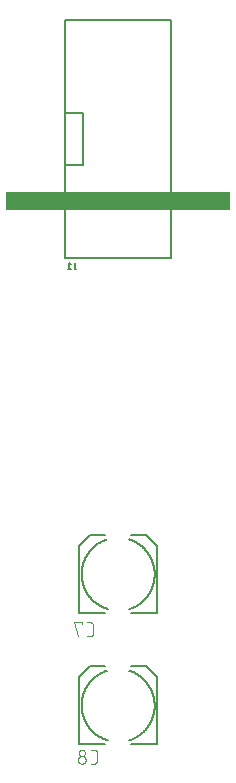
<source format=gbo>
G04 EAGLE Gerber RS-274X export*
G75*
%MOMM*%
%FSLAX34Y34*%
%LPD*%
%INSilkscreen Bottom*%
%IPPOS*%
%AMOC8*
5,1,8,0,0,1.08239X$1,22.5*%
G01*
%ADD10R,19.050000X1.587500*%
%ADD11C,0.203200*%
%ADD12C,0.127000*%
%ADD13C,0.101600*%


D10*
X101600Y639763D03*
D11*
X73850Y635000D02*
X73850Y647700D01*
X146600Y591150D02*
X146600Y793150D01*
X56600Y793150D02*
X56600Y714150D01*
X56600Y670150D01*
X56600Y591150D01*
X145600Y591150D01*
X146600Y793150D02*
X56600Y793150D01*
X56600Y670150D02*
X71600Y670150D01*
X71600Y714150D01*
X56600Y714150D01*
D12*
X64684Y587375D02*
X64684Y583621D01*
X64686Y583556D01*
X64692Y583492D01*
X64702Y583428D01*
X64715Y583364D01*
X64733Y583302D01*
X64754Y583241D01*
X64778Y583181D01*
X64807Y583123D01*
X64839Y583066D01*
X64874Y583012D01*
X64912Y582960D01*
X64954Y582910D01*
X64998Y582863D01*
X65045Y582819D01*
X65095Y582777D01*
X65147Y582739D01*
X65201Y582704D01*
X65258Y582672D01*
X65316Y582643D01*
X65376Y582619D01*
X65437Y582598D01*
X65499Y582580D01*
X65563Y582567D01*
X65627Y582557D01*
X65691Y582551D01*
X65756Y582549D01*
X66293Y582549D01*
X61736Y586303D02*
X60396Y587375D01*
X60396Y582549D01*
X61736Y582549D02*
X59055Y582549D01*
D11*
X68600Y347850D02*
X68600Y290850D01*
X90600Y290850D01*
X112600Y290850D02*
X134600Y290850D01*
X134600Y347850D01*
X125600Y356850D02*
X112600Y356850D01*
X90600Y356850D02*
X77600Y356850D01*
X68600Y347850D01*
X125600Y356850D02*
X134600Y347850D01*
X92100Y353349D02*
X91386Y353109D01*
X90678Y352852D01*
X89977Y352577D01*
X89282Y352285D01*
X88595Y351977D01*
X87916Y351652D01*
X87244Y351310D01*
X86582Y350952D01*
X85928Y350578D01*
X85283Y350189D01*
X84648Y349783D01*
X84023Y349363D01*
X83409Y348927D01*
X82805Y348476D01*
X82213Y348011D01*
X81632Y347532D01*
X81063Y347038D01*
X80506Y346531D01*
X79961Y346010D01*
X79430Y345477D01*
X78911Y344930D01*
X78407Y344371D01*
X77915Y343800D01*
X77438Y343217D01*
X76976Y342623D01*
X76527Y342017D01*
X76094Y341401D01*
X75676Y340775D01*
X75273Y340138D01*
X74886Y339492D01*
X74515Y338837D01*
X74160Y338172D01*
X73821Y337500D01*
X73499Y336819D01*
X73193Y336130D01*
X72904Y335435D01*
X72632Y334732D01*
X72378Y334023D01*
X72140Y333308D01*
X71921Y332588D01*
X71718Y331862D01*
X71534Y331132D01*
X71367Y330397D01*
X71219Y329659D01*
X71088Y328917D01*
X70976Y328172D01*
X70881Y327425D01*
X70805Y326675D01*
X70748Y325924D01*
X70708Y325172D01*
X70687Y324419D01*
X70684Y323666D01*
X70700Y322913D01*
X70734Y322160D01*
X70786Y321409D01*
X70856Y320659D01*
X70945Y319911D01*
X71052Y319165D01*
X71177Y318423D01*
X71320Y317683D01*
X71481Y316947D01*
X71660Y316216D01*
X71857Y315488D01*
X72072Y314766D01*
X72304Y314050D01*
X72553Y313339D01*
X72820Y312634D01*
X73103Y311937D01*
X73404Y311246D01*
X73721Y310563D01*
X74055Y309888D01*
X74405Y309221D01*
X74772Y308563D01*
X75154Y307914D01*
X75552Y307274D01*
X75965Y306644D01*
X76394Y306025D01*
X76838Y305416D01*
X77296Y304818D01*
X77769Y304232D01*
X78256Y303657D01*
X78756Y303095D01*
X79271Y302544D01*
X79798Y302007D01*
X80339Y301482D01*
X80892Y300971D01*
X81457Y300473D01*
X82035Y299989D01*
X82624Y299520D01*
X83224Y299065D01*
X83835Y298624D01*
X84457Y298199D01*
X85089Y297789D01*
X85730Y297395D01*
X86382Y297016D01*
X87042Y296653D01*
X87711Y296307D01*
X88388Y295976D01*
X89072Y295663D01*
X89765Y295366D01*
X90464Y295086D01*
X91170Y294823D01*
X91882Y294578D01*
X92600Y294350D01*
X111100Y294351D02*
X111814Y294591D01*
X112522Y294848D01*
X113223Y295123D01*
X113918Y295415D01*
X114605Y295723D01*
X115284Y296048D01*
X115956Y296390D01*
X116618Y296748D01*
X117272Y297122D01*
X117917Y297511D01*
X118552Y297917D01*
X119177Y298337D01*
X119791Y298773D01*
X120395Y299224D01*
X120987Y299689D01*
X121568Y300168D01*
X122137Y300662D01*
X122694Y301169D01*
X123239Y301690D01*
X123770Y302223D01*
X124289Y302770D01*
X124793Y303329D01*
X125285Y303900D01*
X125762Y304483D01*
X126224Y305077D01*
X126673Y305683D01*
X127106Y306299D01*
X127524Y306925D01*
X127927Y307562D01*
X128314Y308208D01*
X128685Y308863D01*
X129040Y309528D01*
X129379Y310200D01*
X129701Y310881D01*
X130007Y311570D01*
X130296Y312265D01*
X130568Y312968D01*
X130822Y313677D01*
X131060Y314392D01*
X131279Y315112D01*
X131482Y315838D01*
X131666Y316568D01*
X131833Y317303D01*
X131981Y318041D01*
X132112Y318783D01*
X132224Y319528D01*
X132319Y320275D01*
X132395Y321025D01*
X132452Y321776D01*
X132492Y322528D01*
X132513Y323281D01*
X132516Y324034D01*
X132500Y324787D01*
X132466Y325540D01*
X132414Y326291D01*
X132344Y327041D01*
X132255Y327789D01*
X132148Y328535D01*
X132023Y329277D01*
X131880Y330017D01*
X131719Y330753D01*
X131540Y331484D01*
X131343Y332212D01*
X131128Y332934D01*
X130896Y333650D01*
X130647Y334361D01*
X130380Y335066D01*
X130097Y335763D01*
X129796Y336454D01*
X129479Y337137D01*
X129145Y337812D01*
X128795Y338479D01*
X128428Y339137D01*
X128046Y339786D01*
X127648Y340426D01*
X127235Y341056D01*
X126806Y341675D01*
X126362Y342284D01*
X125904Y342882D01*
X125431Y343468D01*
X124944Y344043D01*
X124444Y344605D01*
X123929Y345156D01*
X123402Y345693D01*
X122861Y346218D01*
X122308Y346729D01*
X121743Y347227D01*
X121165Y347711D01*
X120576Y348180D01*
X119976Y348635D01*
X119365Y349076D01*
X118743Y349501D01*
X118111Y349911D01*
X117470Y350305D01*
X116818Y350684D01*
X116158Y351047D01*
X115489Y351393D01*
X114812Y351724D01*
X114128Y352037D01*
X113435Y352334D01*
X112736Y352614D01*
X112030Y352877D01*
X111318Y353122D01*
X110600Y353350D01*
D13*
X77896Y271233D02*
X75299Y271233D01*
X77896Y271233D02*
X77995Y271235D01*
X78095Y271241D01*
X78194Y271250D01*
X78292Y271263D01*
X78390Y271280D01*
X78488Y271301D01*
X78584Y271326D01*
X78679Y271354D01*
X78773Y271386D01*
X78866Y271421D01*
X78958Y271460D01*
X79048Y271503D01*
X79136Y271548D01*
X79223Y271598D01*
X79307Y271650D01*
X79390Y271706D01*
X79470Y271764D01*
X79548Y271826D01*
X79623Y271891D01*
X79696Y271959D01*
X79766Y272029D01*
X79834Y272102D01*
X79899Y272177D01*
X79961Y272255D01*
X80019Y272335D01*
X80075Y272418D01*
X80127Y272502D01*
X80177Y272589D01*
X80222Y272677D01*
X80265Y272767D01*
X80304Y272859D01*
X80339Y272952D01*
X80371Y273046D01*
X80399Y273141D01*
X80424Y273237D01*
X80445Y273335D01*
X80462Y273433D01*
X80475Y273531D01*
X80484Y273630D01*
X80490Y273730D01*
X80492Y273829D01*
X80492Y280321D01*
X80490Y280420D01*
X80484Y280520D01*
X80475Y280619D01*
X80462Y280717D01*
X80445Y280815D01*
X80424Y280913D01*
X80399Y281009D01*
X80371Y281104D01*
X80339Y281198D01*
X80304Y281291D01*
X80265Y281383D01*
X80222Y281473D01*
X80177Y281561D01*
X80127Y281648D01*
X80075Y281732D01*
X80019Y281815D01*
X79961Y281895D01*
X79899Y281973D01*
X79834Y282048D01*
X79766Y282121D01*
X79696Y282191D01*
X79623Y282259D01*
X79548Y282324D01*
X79470Y282386D01*
X79390Y282444D01*
X79307Y282500D01*
X79223Y282552D01*
X79136Y282602D01*
X79048Y282647D01*
X78958Y282690D01*
X78866Y282729D01*
X78773Y282764D01*
X78679Y282796D01*
X78584Y282824D01*
X78488Y282849D01*
X78390Y282870D01*
X78292Y282887D01*
X78194Y282900D01*
X78095Y282909D01*
X77995Y282915D01*
X77896Y282917D01*
X75299Y282917D01*
X70934Y282917D02*
X70934Y281619D01*
X70934Y282917D02*
X64443Y282917D01*
X67688Y271233D01*
D11*
X68600Y236725D02*
X68600Y179725D01*
X90600Y179725D01*
X112600Y179725D02*
X134600Y179725D01*
X134600Y236725D01*
X125600Y245725D02*
X112600Y245725D01*
X90600Y245725D02*
X77600Y245725D01*
X68600Y236725D01*
X125600Y245725D02*
X134600Y236725D01*
X92100Y242224D02*
X91386Y241984D01*
X90678Y241727D01*
X89977Y241452D01*
X89282Y241160D01*
X88595Y240852D01*
X87916Y240527D01*
X87244Y240185D01*
X86582Y239827D01*
X85928Y239453D01*
X85283Y239064D01*
X84648Y238658D01*
X84023Y238238D01*
X83409Y237802D01*
X82805Y237351D01*
X82213Y236886D01*
X81632Y236407D01*
X81063Y235913D01*
X80506Y235406D01*
X79961Y234885D01*
X79430Y234352D01*
X78911Y233805D01*
X78407Y233246D01*
X77915Y232675D01*
X77438Y232092D01*
X76976Y231498D01*
X76527Y230892D01*
X76094Y230276D01*
X75676Y229650D01*
X75273Y229013D01*
X74886Y228367D01*
X74515Y227712D01*
X74160Y227047D01*
X73821Y226375D01*
X73499Y225694D01*
X73193Y225005D01*
X72904Y224310D01*
X72632Y223607D01*
X72378Y222898D01*
X72140Y222183D01*
X71921Y221463D01*
X71718Y220737D01*
X71534Y220007D01*
X71367Y219272D01*
X71219Y218534D01*
X71088Y217792D01*
X70976Y217047D01*
X70881Y216300D01*
X70805Y215550D01*
X70748Y214799D01*
X70708Y214047D01*
X70687Y213294D01*
X70684Y212541D01*
X70700Y211788D01*
X70734Y211035D01*
X70786Y210284D01*
X70856Y209534D01*
X70945Y208786D01*
X71052Y208040D01*
X71177Y207298D01*
X71320Y206558D01*
X71481Y205822D01*
X71660Y205091D01*
X71857Y204363D01*
X72072Y203641D01*
X72304Y202925D01*
X72553Y202214D01*
X72820Y201509D01*
X73103Y200812D01*
X73404Y200121D01*
X73721Y199438D01*
X74055Y198763D01*
X74405Y198096D01*
X74772Y197438D01*
X75154Y196789D01*
X75552Y196149D01*
X75965Y195519D01*
X76394Y194900D01*
X76838Y194291D01*
X77296Y193693D01*
X77769Y193107D01*
X78256Y192532D01*
X78756Y191970D01*
X79271Y191419D01*
X79798Y190882D01*
X80339Y190357D01*
X80892Y189846D01*
X81457Y189348D01*
X82035Y188864D01*
X82624Y188395D01*
X83224Y187940D01*
X83835Y187499D01*
X84457Y187074D01*
X85089Y186664D01*
X85730Y186270D01*
X86382Y185891D01*
X87042Y185528D01*
X87711Y185182D01*
X88388Y184851D01*
X89072Y184538D01*
X89765Y184241D01*
X90464Y183961D01*
X91170Y183698D01*
X91882Y183453D01*
X92600Y183225D01*
X111100Y183226D02*
X111814Y183466D01*
X112522Y183723D01*
X113223Y183998D01*
X113918Y184290D01*
X114605Y184598D01*
X115284Y184923D01*
X115956Y185265D01*
X116618Y185623D01*
X117272Y185997D01*
X117917Y186386D01*
X118552Y186792D01*
X119177Y187212D01*
X119791Y187648D01*
X120395Y188099D01*
X120987Y188564D01*
X121568Y189043D01*
X122137Y189537D01*
X122694Y190044D01*
X123239Y190565D01*
X123770Y191098D01*
X124289Y191645D01*
X124793Y192204D01*
X125285Y192775D01*
X125762Y193358D01*
X126224Y193952D01*
X126673Y194558D01*
X127106Y195174D01*
X127524Y195800D01*
X127927Y196437D01*
X128314Y197083D01*
X128685Y197738D01*
X129040Y198403D01*
X129379Y199075D01*
X129701Y199756D01*
X130007Y200445D01*
X130296Y201140D01*
X130568Y201843D01*
X130822Y202552D01*
X131060Y203267D01*
X131279Y203987D01*
X131482Y204713D01*
X131666Y205443D01*
X131833Y206178D01*
X131981Y206916D01*
X132112Y207658D01*
X132224Y208403D01*
X132319Y209150D01*
X132395Y209900D01*
X132452Y210651D01*
X132492Y211403D01*
X132513Y212156D01*
X132516Y212909D01*
X132500Y213662D01*
X132466Y214415D01*
X132414Y215166D01*
X132344Y215916D01*
X132255Y216664D01*
X132148Y217410D01*
X132023Y218152D01*
X131880Y218892D01*
X131719Y219628D01*
X131540Y220359D01*
X131343Y221087D01*
X131128Y221809D01*
X130896Y222525D01*
X130647Y223236D01*
X130380Y223941D01*
X130097Y224638D01*
X129796Y225329D01*
X129479Y226012D01*
X129145Y226687D01*
X128795Y227354D01*
X128428Y228012D01*
X128046Y228661D01*
X127648Y229301D01*
X127235Y229931D01*
X126806Y230550D01*
X126362Y231159D01*
X125904Y231757D01*
X125431Y232343D01*
X124944Y232918D01*
X124444Y233480D01*
X123929Y234031D01*
X123402Y234568D01*
X122861Y235093D01*
X122308Y235604D01*
X121743Y236102D01*
X121165Y236586D01*
X120576Y237055D01*
X119976Y237510D01*
X119365Y237951D01*
X118743Y238376D01*
X118111Y238786D01*
X117470Y239180D01*
X116818Y239559D01*
X116158Y239922D01*
X115489Y240268D01*
X114812Y240599D01*
X114128Y240912D01*
X113435Y241209D01*
X112736Y241489D01*
X112030Y241752D01*
X111318Y241997D01*
X110600Y242225D01*
D13*
X81071Y163283D02*
X78474Y163283D01*
X81071Y163283D02*
X81170Y163285D01*
X81270Y163291D01*
X81369Y163300D01*
X81467Y163313D01*
X81565Y163330D01*
X81663Y163351D01*
X81759Y163376D01*
X81854Y163404D01*
X81948Y163436D01*
X82041Y163471D01*
X82133Y163510D01*
X82223Y163553D01*
X82311Y163598D01*
X82398Y163648D01*
X82482Y163700D01*
X82565Y163756D01*
X82645Y163814D01*
X82723Y163876D01*
X82798Y163941D01*
X82871Y164009D01*
X82941Y164079D01*
X83009Y164152D01*
X83074Y164227D01*
X83136Y164305D01*
X83194Y164385D01*
X83250Y164468D01*
X83302Y164552D01*
X83352Y164639D01*
X83397Y164727D01*
X83440Y164817D01*
X83479Y164909D01*
X83514Y165002D01*
X83546Y165096D01*
X83574Y165191D01*
X83599Y165287D01*
X83620Y165385D01*
X83637Y165483D01*
X83650Y165581D01*
X83659Y165680D01*
X83665Y165780D01*
X83667Y165879D01*
X83667Y172371D01*
X83665Y172470D01*
X83659Y172570D01*
X83650Y172669D01*
X83637Y172767D01*
X83620Y172865D01*
X83599Y172963D01*
X83574Y173059D01*
X83546Y173154D01*
X83514Y173248D01*
X83479Y173341D01*
X83440Y173433D01*
X83397Y173523D01*
X83352Y173611D01*
X83302Y173698D01*
X83250Y173782D01*
X83194Y173865D01*
X83136Y173945D01*
X83074Y174023D01*
X83009Y174098D01*
X82941Y174171D01*
X82871Y174241D01*
X82798Y174309D01*
X82723Y174374D01*
X82645Y174436D01*
X82565Y174494D01*
X82482Y174550D01*
X82398Y174602D01*
X82311Y174652D01*
X82223Y174697D01*
X82133Y174740D01*
X82041Y174779D01*
X81948Y174814D01*
X81854Y174846D01*
X81759Y174874D01*
X81663Y174899D01*
X81565Y174920D01*
X81467Y174937D01*
X81369Y174950D01*
X81270Y174959D01*
X81170Y174965D01*
X81071Y174967D01*
X78474Y174967D01*
X74109Y166529D02*
X74107Y166642D01*
X74101Y166755D01*
X74091Y166868D01*
X74077Y166981D01*
X74060Y167093D01*
X74038Y167204D01*
X74013Y167314D01*
X73983Y167424D01*
X73950Y167532D01*
X73913Y167639D01*
X73873Y167745D01*
X73828Y167849D01*
X73780Y167952D01*
X73729Y168053D01*
X73674Y168152D01*
X73616Y168249D01*
X73554Y168344D01*
X73489Y168437D01*
X73421Y168527D01*
X73350Y168615D01*
X73275Y168701D01*
X73198Y168784D01*
X73118Y168864D01*
X73035Y168941D01*
X72949Y169016D01*
X72861Y169087D01*
X72771Y169155D01*
X72678Y169220D01*
X72583Y169282D01*
X72486Y169340D01*
X72387Y169395D01*
X72286Y169446D01*
X72183Y169494D01*
X72079Y169539D01*
X71973Y169579D01*
X71866Y169616D01*
X71758Y169649D01*
X71648Y169679D01*
X71538Y169704D01*
X71427Y169726D01*
X71315Y169743D01*
X71202Y169757D01*
X71089Y169767D01*
X70976Y169773D01*
X70863Y169775D01*
X70750Y169773D01*
X70637Y169767D01*
X70524Y169757D01*
X70411Y169743D01*
X70299Y169726D01*
X70188Y169704D01*
X70078Y169679D01*
X69968Y169649D01*
X69860Y169616D01*
X69753Y169579D01*
X69647Y169539D01*
X69543Y169494D01*
X69440Y169446D01*
X69339Y169395D01*
X69240Y169340D01*
X69143Y169282D01*
X69048Y169220D01*
X68955Y169155D01*
X68865Y169087D01*
X68777Y169016D01*
X68691Y168941D01*
X68608Y168864D01*
X68528Y168784D01*
X68451Y168701D01*
X68376Y168615D01*
X68305Y168527D01*
X68237Y168437D01*
X68172Y168344D01*
X68110Y168249D01*
X68052Y168152D01*
X67997Y168053D01*
X67946Y167952D01*
X67898Y167849D01*
X67853Y167745D01*
X67813Y167639D01*
X67776Y167532D01*
X67743Y167424D01*
X67713Y167314D01*
X67688Y167204D01*
X67666Y167093D01*
X67649Y166981D01*
X67635Y166868D01*
X67625Y166755D01*
X67619Y166642D01*
X67617Y166529D01*
X67619Y166416D01*
X67625Y166303D01*
X67635Y166190D01*
X67649Y166077D01*
X67666Y165965D01*
X67688Y165854D01*
X67713Y165744D01*
X67743Y165634D01*
X67776Y165526D01*
X67813Y165419D01*
X67853Y165313D01*
X67898Y165209D01*
X67946Y165106D01*
X67997Y165005D01*
X68052Y164906D01*
X68110Y164809D01*
X68172Y164714D01*
X68237Y164621D01*
X68305Y164531D01*
X68376Y164443D01*
X68451Y164357D01*
X68528Y164274D01*
X68608Y164194D01*
X68691Y164117D01*
X68777Y164042D01*
X68865Y163971D01*
X68955Y163903D01*
X69048Y163838D01*
X69143Y163776D01*
X69240Y163718D01*
X69339Y163663D01*
X69440Y163612D01*
X69543Y163564D01*
X69647Y163519D01*
X69753Y163479D01*
X69860Y163442D01*
X69968Y163409D01*
X70078Y163379D01*
X70188Y163354D01*
X70299Y163332D01*
X70411Y163315D01*
X70524Y163301D01*
X70637Y163291D01*
X70750Y163285D01*
X70863Y163283D01*
X70976Y163285D01*
X71089Y163291D01*
X71202Y163301D01*
X71315Y163315D01*
X71427Y163332D01*
X71538Y163354D01*
X71648Y163379D01*
X71758Y163409D01*
X71866Y163442D01*
X71973Y163479D01*
X72079Y163519D01*
X72183Y163564D01*
X72286Y163612D01*
X72387Y163663D01*
X72486Y163718D01*
X72583Y163776D01*
X72678Y163838D01*
X72771Y163903D01*
X72861Y163971D01*
X72949Y164042D01*
X73035Y164117D01*
X73118Y164194D01*
X73198Y164274D01*
X73275Y164357D01*
X73350Y164443D01*
X73421Y164531D01*
X73489Y164621D01*
X73554Y164714D01*
X73616Y164809D01*
X73674Y164906D01*
X73729Y165005D01*
X73780Y165106D01*
X73828Y165209D01*
X73873Y165313D01*
X73913Y165419D01*
X73950Y165526D01*
X73983Y165634D01*
X74013Y165744D01*
X74038Y165854D01*
X74060Y165965D01*
X74077Y166077D01*
X74091Y166190D01*
X74101Y166303D01*
X74107Y166416D01*
X74109Y166529D01*
X73459Y172371D02*
X73457Y172472D01*
X73451Y172572D01*
X73441Y172672D01*
X73428Y172772D01*
X73410Y172871D01*
X73389Y172970D01*
X73364Y173067D01*
X73335Y173164D01*
X73302Y173259D01*
X73266Y173353D01*
X73226Y173445D01*
X73183Y173536D01*
X73136Y173625D01*
X73086Y173712D01*
X73032Y173798D01*
X72975Y173881D01*
X72915Y173961D01*
X72852Y174040D01*
X72785Y174116D01*
X72716Y174189D01*
X72644Y174259D01*
X72570Y174327D01*
X72493Y174392D01*
X72413Y174453D01*
X72331Y174512D01*
X72247Y174567D01*
X72161Y174619D01*
X72073Y174668D01*
X71983Y174713D01*
X71891Y174755D01*
X71798Y174793D01*
X71703Y174827D01*
X71608Y174858D01*
X71511Y174885D01*
X71413Y174908D01*
X71314Y174928D01*
X71214Y174943D01*
X71114Y174955D01*
X71014Y174963D01*
X70913Y174967D01*
X70813Y174967D01*
X70712Y174963D01*
X70612Y174955D01*
X70512Y174943D01*
X70412Y174928D01*
X70313Y174908D01*
X70215Y174885D01*
X70118Y174858D01*
X70023Y174827D01*
X69928Y174793D01*
X69835Y174755D01*
X69743Y174713D01*
X69653Y174668D01*
X69565Y174619D01*
X69479Y174567D01*
X69395Y174512D01*
X69313Y174453D01*
X69233Y174392D01*
X69156Y174327D01*
X69082Y174259D01*
X69010Y174189D01*
X68941Y174116D01*
X68874Y174040D01*
X68811Y173961D01*
X68751Y173881D01*
X68694Y173798D01*
X68640Y173712D01*
X68590Y173625D01*
X68543Y173536D01*
X68500Y173445D01*
X68460Y173353D01*
X68424Y173259D01*
X68391Y173164D01*
X68362Y173067D01*
X68337Y172970D01*
X68316Y172871D01*
X68298Y172772D01*
X68285Y172672D01*
X68275Y172572D01*
X68269Y172472D01*
X68267Y172371D01*
X68269Y172270D01*
X68275Y172170D01*
X68285Y172070D01*
X68298Y171970D01*
X68316Y171871D01*
X68337Y171772D01*
X68362Y171675D01*
X68391Y171578D01*
X68424Y171483D01*
X68460Y171389D01*
X68500Y171297D01*
X68543Y171206D01*
X68590Y171117D01*
X68640Y171030D01*
X68694Y170944D01*
X68751Y170861D01*
X68811Y170781D01*
X68874Y170702D01*
X68941Y170626D01*
X69010Y170553D01*
X69082Y170483D01*
X69156Y170415D01*
X69233Y170350D01*
X69313Y170289D01*
X69395Y170230D01*
X69479Y170175D01*
X69565Y170123D01*
X69653Y170074D01*
X69743Y170029D01*
X69835Y169987D01*
X69928Y169949D01*
X70023Y169915D01*
X70118Y169884D01*
X70215Y169857D01*
X70313Y169834D01*
X70412Y169814D01*
X70512Y169799D01*
X70612Y169787D01*
X70712Y169779D01*
X70813Y169775D01*
X70913Y169775D01*
X71014Y169779D01*
X71114Y169787D01*
X71214Y169799D01*
X71314Y169814D01*
X71413Y169834D01*
X71511Y169857D01*
X71608Y169884D01*
X71703Y169915D01*
X71798Y169949D01*
X71891Y169987D01*
X71983Y170029D01*
X72073Y170074D01*
X72161Y170123D01*
X72247Y170175D01*
X72331Y170230D01*
X72413Y170289D01*
X72493Y170350D01*
X72570Y170415D01*
X72644Y170483D01*
X72716Y170553D01*
X72785Y170626D01*
X72852Y170702D01*
X72915Y170781D01*
X72975Y170861D01*
X73032Y170944D01*
X73086Y171030D01*
X73136Y171117D01*
X73183Y171206D01*
X73226Y171297D01*
X73266Y171389D01*
X73302Y171483D01*
X73335Y171578D01*
X73364Y171675D01*
X73389Y171772D01*
X73410Y171871D01*
X73428Y171970D01*
X73441Y172070D01*
X73451Y172170D01*
X73457Y172270D01*
X73459Y172371D01*
M02*

</source>
